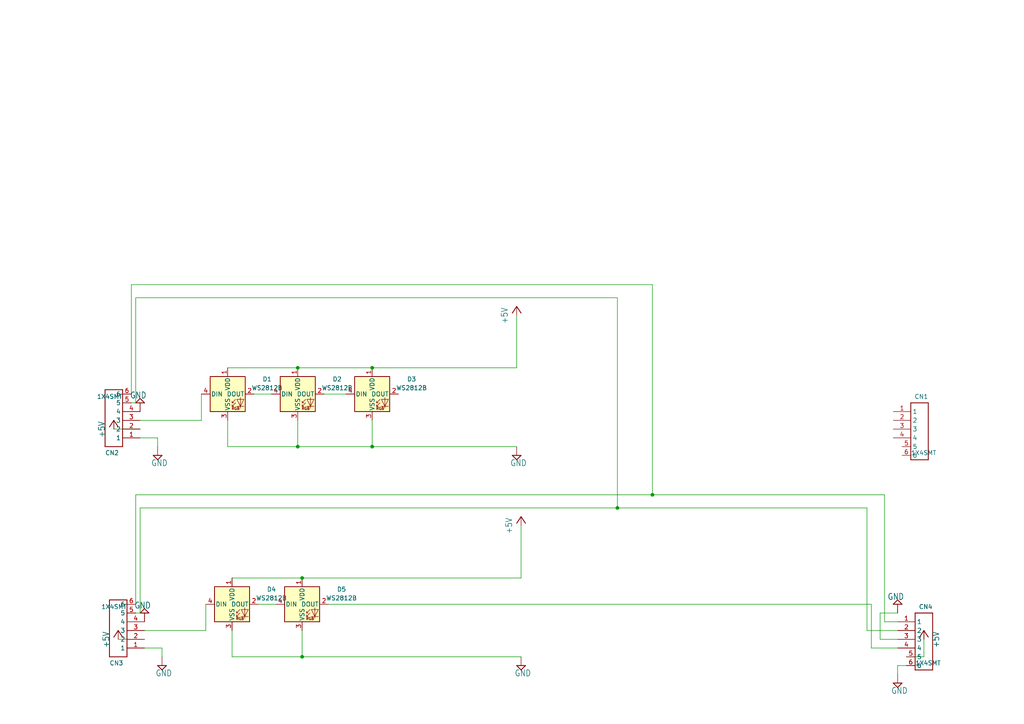
<source format=kicad_sch>
(kicad_sch (version 20211123) (generator eeschema)
  (paper "A4")
  (lib_symbols
    (symbol "1X4SMT_1"
      (property "Reference" "CN" (at 5.08 7.62 0))
      (property "Value" "1X4SMT_1" (at 0 -10.16 0))
      (symbol "1X4SMT_1_1_0"
        (polyline (pts (xy 0 -11.43) (xy 0 5.08)) (stroke (width 0.254)))
        (polyline (pts (xy 0 5.08) (xy 5.08 5.08)) (stroke (width 0.254)))
        (polyline (pts (xy 5.08 -11.43) (xy 0 -11.43)) (stroke (width 0.254)))
        (polyline (pts (xy 5.08 5.08) (xy 5.08 -11.43)) (stroke (width 0.254)))
        (pin bidirectional line (at -5.08 2.54 0) (length 5.08) (name "1") (number "1"))
        (pin bidirectional line (at -5.08 0 0) (length 5.08) (name "2") (number "2"))
        (pin bidirectional line (at -5.08 -2.54 0) (length 5.08) (name "3") (number "3"))
        (pin bidirectional line (at -5.08 -5.08 0) (length 5.08) (name "4") (number "4"))
      )
      (symbol "1X4SMT_1_1_1"
        (pin bidirectional line (at -2.54 -7.62 0) (length 2.54) (name "5") (number "5"))
        (pin bidirectional line (at -2.54 -10.16 0) (length 2.54) (name "6") (number "6"))
      )
    )
    (symbol "Adafruit NeoPixel 8 Stick-eagle-import:+5V" (power)
      (property "Value" "+5V" (at -2.54 -5.08 90))
      (symbol "+5V_1_0"
        (polyline (pts (xy 0 0) (xy -1.27 -1.905)) (stroke (width 0.254)))
        (polyline (pts (xy 1.27 -1.905) (xy 0 0)) (stroke (width 0.254)))
        (pin power_in line (at 0 -2.54 90) (length 2.54) (name "+5V") (number "1"))
      )
    )
    (symbol "Adafruit NeoPixel 8 Stick-eagle-import:1X4SMT"
      (property "Reference" "CN" (at 5.08 7.62 0))
      (property "Value" "1X4SMT" (at 0 -10.16 0))
      (symbol "1X4SMT_1_0"
        (polyline (pts (xy 0 -11.43) (xy 0 5.08)) (stroke (width 0.254)))
        (polyline (pts (xy 0 5.08) (xy 5.08 5.08)) (stroke (width 0.254)))
        (polyline (pts (xy 5.08 -11.43) (xy 0 -11.43)) (stroke (width 0.254)))
        (polyline (pts (xy 5.08 5.08) (xy 5.08 -11.43)) (stroke (width 0.254)))
        (pin bidirectional line (at -5.08 2.54 0) (length 5.08) (name "1") (number "1"))
        (pin bidirectional line (at -5.08 0 0) (length 5.08) (name "2") (number "2"))
        (pin bidirectional line (at -5.08 -2.54 0) (length 5.08) (name "3") (number "3"))
        (pin bidirectional line (at -5.08 -5.08 0) (length 5.08) (name "4") (number "4"))
      )
      (symbol "1X4SMT_1_1"
        (pin bidirectional line (at -2.54 -7.62 0) (length 2.54) (name "5") (number "5"))
        (pin bidirectional line (at -2.54 -10.16 0) (length 2.54) (name "6") (number "6"))
      )
    )
    (symbol "Adafruit NeoPixel 8 Stick-eagle-import:GND" (power)
      (property "Value" "GND" (at -1.905 -3.175 0))
      (symbol "GND_1_0"
        (polyline (pts (xy -1.27 0) (xy 1.27 0)) (stroke (width 0.254)))
        (polyline (pts (xy 0 -1.27) (xy -1.27 0)) (stroke (width 0.254)))
        (polyline (pts (xy 1.27 0) (xy 0 -1.27)) (stroke (width 0.254)))
        (pin power_in line (at 0 2.54 270) (length 2.54) (name "GND") (number "1"))
      )
    )
    (symbol "LED:WS2812B" (pin_names (offset 0.254))
      (property "Reference" "D" (at 5.08 5.715 0))
      (property "Value" "WS2812B" (at 1.27 -5.715 0))
      (symbol "WS2812B_0_0"
        (text "RGB" (at 2.286 -4.191 0) (effects (font (size 0.762 0.762))))
      )
      (symbol "WS2812B_0_1"
        (polyline (pts (xy 1.27 -3.556) (xy 1.778 -3.556)))
        (polyline (pts (xy 1.27 -2.54) (xy 1.778 -2.54)))
        (polyline (pts (xy 4.699 -3.556) (xy 2.667 -3.556)))
        (polyline (pts (xy 2.286 -2.54) (xy 1.27 -3.556) (xy 1.27 -3.048)))
        (polyline (pts (xy 2.286 -1.524) (xy 1.27 -2.54) (xy 1.27 -2.032)))
        (polyline (pts (xy 3.683 -1.016) (xy 3.683 -3.556) (xy 3.683 -4.064)))
        (polyline (pts (xy 4.699 -1.524) (xy 2.667 -1.524) (xy 3.683 -3.556) (xy 4.699 -1.524)))
        (rectangle (start 5.08 5.08) (end -5.08 -5.08) (stroke (width 0.254)) (fill (type background)))
      )
      (symbol "WS2812B_1_1"
        (pin power_in line (at 0 7.62 270) (length 2.54) (name "VDD") (number "1"))
        (pin output line (at 7.62 0 180) (length 2.54) (name "DOUT") (number "2"))
        (pin power_in line (at 0 -7.62 90) (length 2.54) (name "VSS") (number "3"))
        (pin input line (at -7.62 0 0) (length 2.54) (name "DIN") (number "4"))
      )
    )
  )
  (junction (at 179.07 147.32))
  (junction (at 87.63 167.64))
  (junction (at 107.95 129.54))
  (junction (at 86.36 129.54))
  (junction (at 189.23 143.51))
  (junction (at 86.36 106.68))
  (junction (at 87.63 190.5))
  (junction (at 107.95 106.68))
  (wire (pts (xy 260.35 193.04) (xy 260.35 195.58)))
  (wire (pts (xy 46.99 187.96) (xy 46.99 190.5)))
  (wire (pts (xy 255.27 177.8) (xy 260.35 177.8)))
  (wire (pts (xy 256.54 180.34) (xy 260.35 180.34)))
  (wire (pts (xy 40.64 127) (xy 45.72 127)))
  (wire (pts (xy 34.29 185.42) (xy 41.91 185.42)))
  (wire (pts (xy 262.89 193.04) (xy 260.35 193.04)))
  (wire (pts (xy 45.72 127) (xy 45.72 129.54)))
  (wire (pts (xy 39.37 177.8) (xy 40.64 177.8)))
  (wire (pts (xy 40.64 177.8) (xy 40.64 147.32)))
  (wire (pts (xy 40.64 147.32) (xy 179.07 147.32)))
  (wire (pts (xy 38.1 116.84) (xy 39.37 116.84)))
  (wire (pts (xy 40.64 121.92) (xy 58.42 121.92)))
  (wire (pts (xy 73.66 114.3) (xy 78.74 114.3)))
  (wire (pts (xy 74.93 175.26) (xy 80.01 175.26)))
  (wire (pts (xy 66.04 106.68) (xy 86.36 106.68)))
  (wire (pts (xy 251.46 147.32) (xy 251.46 182.88)))
  (wire (pts (xy 252.73 187.96) (xy 260.35 187.96)))
  (wire (pts (xy 41.91 187.96) (xy 46.99 187.96)))
  (wire (pts (xy 251.46 182.88) (xy 260.35 182.88)))
  (wire (pts (xy 260.35 185.42) (xy 255.27 185.42)))
  (wire (pts (xy 93.98 114.3) (xy 100.33 114.3)))
  (wire (pts (xy 66.04 121.92) (xy 66.04 129.54)))
  (wire (pts (xy 179.07 147.32) (xy 251.46 147.32)))
  (wire (pts (xy 189.23 82.55) (xy 189.23 143.51)))
  (wire (pts (xy 107.95 129.54) (xy 149.86 129.54)))
  (wire (pts (xy 38.1 82.55) (xy 189.23 82.55)))
  (wire (pts (xy 86.36 106.68) (xy 107.95 106.68)))
  (wire (pts (xy 86.36 129.54) (xy 107.95 129.54)))
  (wire (pts (xy 39.37 143.51) (xy 189.23 143.51)))
  (wire (pts (xy 256.54 143.51) (xy 256.54 180.34)))
  (wire (pts (xy 189.23 143.51) (xy 256.54 143.51)))
  (wire (pts (xy 67.31 167.64) (xy 87.63 167.64)))
  (wire (pts (xy 58.42 121.92) (xy 58.42 114.3)))
  (wire (pts (xy 87.63 182.88) (xy 87.63 190.5)))
  (wire (pts (xy 59.69 182.88) (xy 59.69 175.26)))
  (wire (pts (xy 107.95 121.92) (xy 107.95 129.54)))
  (wire (pts (xy 67.31 190.5) (xy 87.63 190.5)))
  (wire (pts (xy 255.27 185.42) (xy 255.27 177.8)))
  (wire (pts (xy 41.91 182.88) (xy 59.69 182.88)))
  (wire (pts (xy 39.37 86.36) (xy 179.07 86.36)))
  (wire (pts (xy 87.63 167.64) (xy 151.13 167.64)))
  (wire (pts (xy 267.97 190.5) (xy 267.97 185.42)))
  (wire (pts (xy 86.36 121.92) (xy 86.36 129.54)))
  (wire (pts (xy 66.04 129.54) (xy 86.36 129.54)))
  (wire (pts (xy 95.25 175.26) (xy 252.73 175.26)))
  (wire (pts (xy 33.02 124.46) (xy 40.64 124.46)))
  (wire (pts (xy 67.31 182.88) (xy 67.31 190.5)))
  (wire (pts (xy 39.37 175.26) (xy 39.37 143.51)))
  (wire (pts (xy 262.89 190.5) (xy 267.97 190.5)))
  (wire (pts (xy 39.37 116.84) (xy 39.37 86.36)))
  (wire (pts (xy 252.73 175.26) (xy 252.73 187.96)))
  (wire (pts (xy 107.95 106.68) (xy 149.86 106.68)))
  (wire (pts (xy 151.13 152.4) (xy 151.13 167.64)))
  (wire (pts (xy 179.07 86.36) (xy 179.07 147.32)))
  (wire (pts (xy 87.63 190.5) (xy 151.13 190.5)))
  (wire (pts (xy 38.1 114.3) (xy 38.1 82.55)))
  (wire (pts (xy 149.86 91.44) (xy 149.86 106.68)))
  (symbol (lib_id "LED:WS2812B") (at 86.36 114.3 0) (unit 1)
    (property "Reference" "D2" (at 97.79 109.9693 0))
    (property "Value" "WS2812B" (at 97.79 112.5093 0))
    (property "Footprint" "LED_SMD:LED_WS2812B_PLCC4_5.0x5.0mm_P3.2mm" (effects hide))
    (property "Datasheet" "https://cdn-shop.adafruit.com/datasheets/WS2812B.pdf" (effects hide))
  )
  (symbol (lib_id "Adafruit NeoPixel 8 Stick-eagle-import:GND") (at 40.64 116.84 180) (unit 1)
    (property "Reference" "#SUPPLY02" (effects hide))
    (property "Value" "GND" (at 42.545 113.665 0) (effects (font (size 1.778 1.5113)) (justify left bottom)))
    (property "Footprint" "Adafruit NeoPixel 8 Stick:" (effects hide))
  )
  (symbol (lib_id "Adafruit NeoPixel 8 Stick-eagle-import:+5V") (at 33.02 121.92 0) (unit 1)
    (property "Reference" "#P+011" (effects hide))
    (property "Value" "+5V" (at 30.48 127 90) (effects (font (size 1.778 1.5113)) (justify left bottom)))
    (property "Footprint" "Adafruit NeoPixel 8 Stick:" (effects hide))
  )
  (symbol (lib_id "LED:WS2812B") (at 67.31 175.26 0) (unit 1)
    (property "Reference" "D4" (at 78.74 170.9293 0))
    (property "Value" "WS2812B" (at 78.74 173.4693 0))
    (property "Footprint" "LED_SMD:LED_WS2812B_PLCC4_5.0x5.0mm_P3.2mm" (effects hide))
    (property "Datasheet" "https://cdn-shop.adafruit.com/datasheets/WS2812B.pdf" (effects hide))
  )
  (symbol (lib_id "LED:WS2812B") (at 107.95 114.3 0) (unit 1)
    (property "Reference" "D3" (at 119.38 109.9693 0))
    (property "Value" "WS2812B" (at 119.38 112.5093 0))
    (property "Footprint" "LED_SMD:LED_WS2812B_PLCC4_5.0x5.0mm_P3.2mm" (effects hide))
    (property "Datasheet" "https://cdn-shop.adafruit.com/datasheets/WS2812B.pdf" (effects hide))
  )
  (symbol (lib_id "Adafruit NeoPixel 8 Stick-eagle-import:+5V") (at 267.97 182.88 0) (mirror y) (unit 1)
    (property "Reference" "#P+0102" (effects hide))
    (property "Value" "+5V" (at 270.51 187.96 90) (effects (font (size 1.778 1.5113)) (justify left bottom)))
    (property "Footprint" "Adafruit NeoPixel 8 Stick:" (effects hide))
  )
  (symbol (lib_id "Adafruit NeoPixel 8 Stick-eagle-import:GND") (at 45.72 132.08 0) (unit 1)
    (property "Reference" "#SUPPLY07" (effects hide))
    (property "Value" "GND" (at 43.815 135.255 0) (effects (font (size 1.778 1.5113)) (justify left bottom)))
    (property "Footprint" "Adafruit NeoPixel 8 Stick:" (effects hide))
  )
  (symbol (lib_id "Adafruit NeoPixel 8 Stick-eagle-import:1X4SMT") (at 35.56 124.46 180) (unit 1)
    (property "Reference" "CN2" (at 30.48 132.08 0) (effects (justify right top)))
    (property "Value" "1X4SMT" (at 35.56 114.3 0) (effects (justify left bottom)))
    (property "Footprint" "Adafruit NeoPixel 8 Stick:1X4-SMT" (effects hide))
  )
  (symbol (lib_id "LED:WS2812B") (at 66.04 114.3 0) (unit 1)
    (property "Reference" "D1" (at 77.47 109.9693 0))
    (property "Value" "WS2812B" (at 77.47 112.5093 0))
    (property "Footprint" "LED_SMD:LED_WS2812B_PLCC4_5.0x5.0mm_P3.2mm" (effects hide))
    (property "Datasheet" "https://cdn-shop.adafruit.com/datasheets/WS2812B.pdf" (effects hide))
  )
  (symbol (lib_id "LED:WS2812B") (at 87.63 175.26 0) (unit 1)
    (property "Reference" "D5" (at 99.06 170.9293 0))
    (property "Value" "WS2812B" (at 99.06 173.4693 0))
    (property "Footprint" "LED_SMD:LED_WS2812B_PLCC4_5.0x5.0mm_P3.2mm" (effects hide))
    (property "Datasheet" "https://cdn-shop.adafruit.com/datasheets/WS2812B.pdf" (effects hide))
  )
  (symbol (lib_id "Adafruit NeoPixel 8 Stick-eagle-import:+5V") (at 149.86 88.9 0) (unit 1)
    (property "Reference" "#P+02" (effects hide))
    (property "Value" "+5V" (at 147.32 93.98 90) (effects (font (size 1.778 1.5113)) (justify left bottom)))
    (property "Footprint" "Adafruit NeoPixel 8 Stick:" (effects hide))
  )
  (symbol (lib_name "1X4SMT_1") (lib_id "Adafruit NeoPixel 8 Stick-eagle-import:1X4SMT") (at 264.16 121.92 0) (unit 1)
    (property "Reference" "CN1" (at 269.24 114.3 0) (effects (justify right top)))
    (property "Value" "1X4SMT" (at 264.16 132.08 0) (effects (justify left bottom)))
    (property "Footprint" "Adafruit NeoPixel 8 Stick:1X4-SMT" (effects hide))
  )
  (symbol (lib_id "Adafruit NeoPixel 8 Stick-eagle-import:GND") (at 46.99 193.04 0) (unit 1)
    (property "Reference" "#SUPPLY0102" (effects hide))
    (property "Value" "GND" (at 45.085 196.215 0) (effects (font (size 1.778 1.5113)) (justify left bottom)))
    (property "Footprint" "Adafruit NeoPixel 8 Stick:" (effects hide))
  )
  (symbol (lib_id "Adafruit NeoPixel 8 Stick-eagle-import:GND") (at 149.86 132.08 0) (unit 1)
    (property "Reference" "#SUPPLY03" (effects hide))
    (property "Value" "GND" (at 147.955 135.255 0) (effects (font (size 1.778 1.5113)) (justify left bottom)))
    (property "Footprint" "Adafruit NeoPixel 8 Stick:" (effects hide))
  )
  (symbol (lib_id "Adafruit NeoPixel 8 Stick-eagle-import:GND") (at 260.35 198.12 0) (unit 1)
    (property "Reference" "#SUPPLY0103" (effects hide))
    (property "Value" "GND" (at 258.445 201.295 0) (effects (font (size 1.778 1.5113)) (justify left bottom)))
    (property "Footprint" "Adafruit NeoPixel 8 Stick:" (effects hide))
  )
  (symbol (lib_id "Adafruit NeoPixel 8 Stick-eagle-import:+5V") (at 34.29 182.88 0) (unit 1)
    (property "Reference" "#P+0103" (effects hide))
    (property "Value" "+5V" (at 31.75 187.96 90) (effects (font (size 1.778 1.5113)) (justify left bottom)))
    (property "Footprint" "Adafruit NeoPixel 8 Stick:" (effects hide))
  )
  (symbol (lib_id "Adafruit NeoPixel 8 Stick-eagle-import:GND") (at 260.35 175.26 180) (unit 1)
    (property "Reference" "#SUPPLY0104" (effects hide))
    (property "Value" "GND" (at 262.255 172.085 0) (effects (font (size 1.778 1.5113)) (justify left bottom)))
    (property "Footprint" "Adafruit NeoPixel 8 Stick:" (effects hide))
  )
  (symbol (lib_id "Adafruit NeoPixel 8 Stick-eagle-import:GND") (at 41.91 177.8 180) (unit 1)
    (property "Reference" "#SUPPLY0105" (effects hide))
    (property "Value" "GND" (at 43.815 174.625 0) (effects (font (size 1.778 1.5113)) (justify left bottom)))
    (property "Footprint" "Adafruit NeoPixel 8 Stick:" (effects hide))
  )
  (symbol (lib_id "Adafruit NeoPixel 8 Stick-eagle-import:GND") (at 151.13 193.04 0) (unit 1)
    (property "Reference" "#SUPPLY0101" (effects hide))
    (property "Value" "GND" (at 149.225 196.215 0) (effects (font (size 1.778 1.5113)) (justify left bottom)))
    (property "Footprint" "Adafruit NeoPixel 8 Stick:" (effects hide))
  )
  (symbol (lib_id "Adafruit NeoPixel 8 Stick-eagle-import:+5V") (at 151.13 149.86 0) (unit 1)
    (property "Reference" "#P+0101" (effects hide))
    (property "Value" "+5V" (at 148.59 154.94 90) (effects (font (size 1.778 1.5113)) (justify left bottom)))
    (property "Footprint" "Adafruit NeoPixel 8 Stick:" (effects hide))
  )
  (symbol (lib_name "1X4SMT_1") (lib_id "Adafruit NeoPixel 8 Stick-eagle-import:1X4SMT") (at 265.43 182.88 0) (unit 1)
    (property "Reference" "CN4" (at 270.51 175.26 0) (effects (justify right top)))
    (property "Value" "1X4SMT" (at 265.43 193.04 0) (effects (justify left bottom)))
    (property "Footprint" "Adafruit NeoPixel 8 Stick:1X4-SMT" (effects hide))
  )
  (symbol (lib_id "Adafruit NeoPixel 8 Stick-eagle-import:1X4SMT") (at 36.83 185.42 180) (unit 1)
    (property "Reference" "CN3" (at 31.75 193.04 0) (effects (justify right top)))
    (property "Value" "1X4SMT" (at 36.83 175.26 0) (effects (justify left bottom)))
    (property "Footprint" "Adafruit NeoPixel 8 Stick:1X4-SMT" (effects hide))
  )
)
</source>
